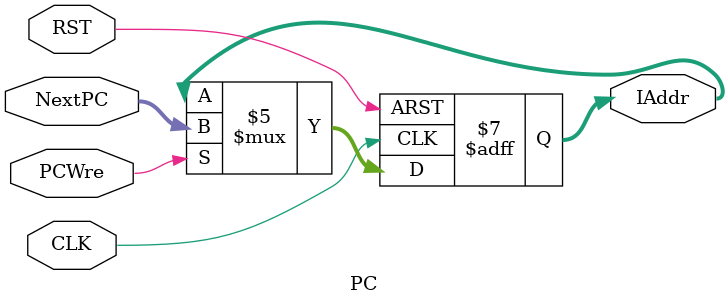
<source format=v>
module PC(
	input CLK,
	input RST,
	input [31:0] NextPC,
	input PCWre,
	output reg [31:0] IAddr
);
	initial IAddr<=0;
	always @(posedge CLK or negedge RST) begin 
		if(RST==0) IAddr<=0;
		else if(PCWre)  IAddr<=NextPC;
		else IAddr<=IAddr;
	end
endmodule
</source>
